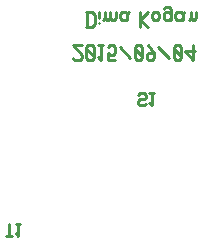
<source format=gbr>
G04 start of page 9 for group -4078 idx -4078 *
G04 Title: (unknown), bottomsilk *
G04 Creator: pcb 20140316 *
G04 CreationDate: Sat Sep  5 02:44:50 2015 UTC *
G04 For: dima *
G04 Format: Gerber/RS-274X *
G04 PCB-Dimensions (mil): 944.88 944.88 *
G04 PCB-Coordinate-Origin: lower left *
%MOIN*%
%FSLAX25Y25*%
%LNBOTTOMSILK*%
%ADD68C,0.0100*%
G54D68*X30138Y73267D02*Y78147D01*
X31724Y73267D02*X32578Y74121D01*
Y77293D01*
X31724Y78147D02*X32578Y77293D01*
X29528Y78147D02*X31724D01*
X29528Y73267D02*X31724D01*
X34042Y74487D02*Y74609D01*
Y76317D02*Y78147D01*
X35872Y76317D02*Y78147D01*
Y76317D02*X36482Y75707D01*
X37092D01*
X37702Y76317D01*
Y78147D01*
Y76317D02*X38312Y75707D01*
X38922D01*
X39532Y76317D01*
Y78147D01*
X35262Y75707D02*X35872Y76317D01*
X42826Y75707D02*X43436Y76317D01*
X41606Y75707D02*X42826D01*
X40996Y76317D02*X41606Y75707D01*
X40996Y76317D02*Y77537D01*
X41606Y78147D01*
X43436Y75707D02*Y77537D01*
X44046Y78147D01*
X41606D02*X42826D01*
X43436Y77537D01*
X47706Y73267D02*Y78147D01*
Y75707D02*X50146Y73267D01*
X47706Y75707D02*X50146Y78147D01*
X51610Y76317D02*Y77537D01*
Y76317D02*X52220Y75707D01*
X53440D01*
X54050Y76317D01*
Y77537D01*
X53440Y78147D02*X54050Y77537D01*
X52220Y78147D02*X53440D01*
X51610Y77537D02*X52220Y78147D01*
X57344Y75707D02*X57954Y76317D01*
X56124Y75707D02*X57344D01*
X55514Y76317D02*X56124Y75707D01*
X55514Y76317D02*Y77537D01*
X56124Y78147D01*
X57344D01*
X57954Y77537D01*
X55514Y79367D02*X56124Y79977D01*
X57344D01*
X57954Y79367D01*
Y75707D02*Y79367D01*
X61248Y75707D02*X61858Y76317D01*
X60028Y75707D02*X61248D01*
X59418Y76317D02*X60028Y75707D01*
X59418Y76317D02*Y77537D01*
X60028Y78147D01*
X61858Y75707D02*Y77537D01*
X62468Y78147D01*
X60028D02*X61248D01*
X61858Y77537D01*
X64542Y76317D02*Y78147D01*
Y76317D02*X65152Y75707D01*
X65762D01*
X66372Y76317D01*
Y78147D01*
X63932Y75707D02*X64542Y76317D01*
X25197Y62854D02*X25807Y62244D01*
X27637D01*
X28247Y62854D01*
Y64074D01*
X25197Y67124D02*X28247Y64074D01*
X25197Y67124D02*X28247D01*
X29711Y66514D02*X30321Y67124D01*
X29711Y62854D02*Y66514D01*
Y62854D02*X30321Y62244D01*
X31541D01*
X32151Y62854D01*
Y66514D01*
X31541Y67124D02*X32151Y66514D01*
X30321Y67124D02*X31541D01*
X29711Y65904D02*X32151Y63464D01*
X33615Y63220D02*X34591Y62244D01*
Y67124D01*
X33615D02*X35445D01*
X36909Y62244D02*X39349D01*
X36909D02*Y64684D01*
X37519Y64074D01*
X38739D01*
X39349Y64684D01*
Y66514D01*
X38739Y67124D02*X39349Y66514D01*
X37519Y67124D02*X38739D01*
X36909Y66514D02*X37519Y67124D01*
X40813Y66514D02*X44473Y62854D01*
X45937Y66514D02*X46547Y67124D01*
X45937Y62854D02*Y66514D01*
Y62854D02*X46547Y62244D01*
X47767D01*
X48377Y62854D01*
Y66514D01*
X47767Y67124D02*X48377Y66514D01*
X46547Y67124D02*X47767D01*
X45937Y65904D02*X48377Y63464D01*
X50451Y67124D02*X52281Y64684D01*
Y62854D02*Y64684D01*
X51671Y62244D02*X52281Y62854D01*
X50451Y62244D02*X51671D01*
X49841Y62854D02*X50451Y62244D01*
X49841Y62854D02*Y64074D01*
X50451Y64684D01*
X52281D01*
X53745Y66514D02*X57405Y62854D01*
X58869Y66514D02*X59479Y67124D01*
X58869Y62854D02*Y66514D01*
Y62854D02*X59479Y62244D01*
X60699D01*
X61309Y62854D01*
Y66514D01*
X60699Y67124D02*X61309Y66514D01*
X59479Y67124D02*X60699D01*
X58869Y65904D02*X61309Y63464D01*
X62773Y65294D02*X65213Y62244D01*
X62773Y65294D02*X65823D01*
X65213Y62244D02*Y67124D01*
X49028Y47165D02*X49528Y47665D01*
X47528Y47165D02*X49028D01*
X47028Y47665D02*X47528Y47165D01*
X47028Y47665D02*Y48665D01*
X47528Y49165D01*
X49028D01*
X49528Y49665D01*
Y50665D01*
X49028Y51165D02*X49528Y50665D01*
X47528Y51165D02*X49028D01*
X47028Y50665D02*X47528Y51165D01*
X50728Y47965D02*X51528Y47165D01*
Y51165D01*
X50728D02*X52228D01*
X3086Y3687D02*X5086D01*
X4086D02*Y7687D01*
X6286Y4487D02*X7086Y3687D01*
Y7687D01*
X6286D02*X7786D01*
M02*

</source>
